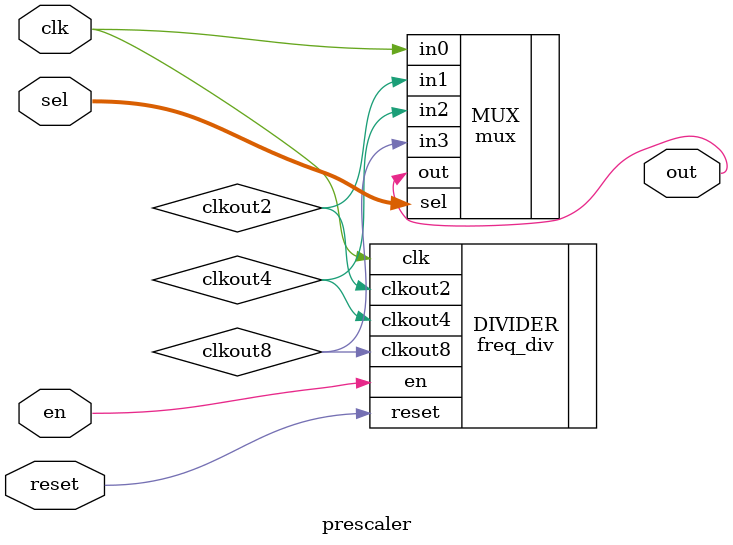
<source format=v>

module prescaler(
    input clk,
    input reset,
    input en,
    input [1:0] sel,
    output out
    );
    
    wire clkout2;
    wire clkout4;
    wire clkout8;
    
    freq_div DIVIDER(
        .clk(clk),
        .reset(reset),
        .en(en),
        .clkout2(clkout2),
        .clkout4(clkout4),
        .clkout8(clkout8)
    );
    
    mux MUX(
        .in0(clk),
        .in1(clkout2),
        .in2(clkout4),
        .in3(clkout8),
        .sel(sel),
        .out(out)
    );
endmodule

</source>
